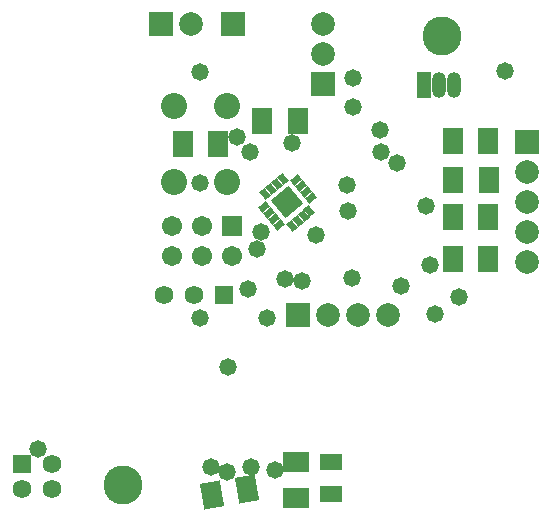
<source format=gbr>
G04 Layer_Color=16711935*
%FSLAX44Y44*%
%MOMM*%
%TF.FileFunction,Soldermask,Bot*%
%TF.Part,Single*%
G01*
G75*
%TA.AperFunction,SMDPad*%
%ADD43R,1.7032X2.2032*%
%TA.AperFunction,SMDPad*%
%ADD45R,2.2032X1.7032*%
%TA.AperFunction,ViaPad*%
%ADD49R,1.2032X2.2032*%
%TA.AperFunction,ViaPad*%
%ADD50O,1.2032X2.2032*%
%TA.AperFunction,ViaPad*%
%ADD51C,1.5812*%
%TA.AperFunction,ViaPad*%
%ADD52R,1.5812X1.5812*%
%TA.AperFunction,ViaPad*%
%ADD53R,2.0032X2.0032*%
%TA.AperFunction,ViaPad*%
%ADD54R,2.0032X2.0032*%
%TA.AperFunction,ViaPad*%
%ADD55C,2.0032*%
%TA.AperFunction,ConnectorPad*%
%ADD56C,3.3032*%
%TA.AperFunction,ViaPad*%
%ADD57C,1.7032*%
%TA.AperFunction,ViaPad*%
%ADD58R,1.7032X1.7032*%
%TA.AperFunction,ViaPad*%
%ADD59C,2.2032*%
%TA.AperFunction,ViaPad*%
%ADD60C,1.4732*%
%TA.AperFunction,SMDPad*%
G04:AMPARAMS|DCode=62|XSize=1.7032mm|YSize=2.2032mm|CornerRadius=0mm|HoleSize=0mm|Usage=FLASHONLY|Rotation=10.000|XOffset=0mm|YOffset=0mm|HoleType=Round|Shape=Rectangle|*
%AMROTATEDRECTD62*
4,1,4,-0.6474,-1.2327,-1.0299,0.9370,0.6474,1.2327,1.0299,-0.9370,-0.6474,-1.2327,0.0*
%
%ADD62ROTATEDRECTD62*%

%TA.AperFunction,SMDPad*%
%ADD63R,1.9532X1.4532*%
%TA.AperFunction,SMDPad*%
G04:AMPARAMS|DCode=64|XSize=0.5732mm|YSize=0.8532mm|CornerRadius=0mm|HoleSize=0mm|Usage=FLASHONLY|Rotation=130.000|XOffset=0mm|YOffset=0mm|HoleType=Round|Shape=Rectangle|*
%AMROTATEDRECTD64*
4,1,4,0.5110,0.0547,-0.1426,-0.4938,-0.5110,-0.0547,0.1426,0.4938,0.5110,0.0547,0.0*
%
%ADD64ROTATEDRECTD64*%

%TA.AperFunction,SMDPad*%
G04:AMPARAMS|DCode=65|XSize=0.5732mm|YSize=0.8532mm|CornerRadius=0mm|HoleSize=0mm|Usage=FLASHONLY|Rotation=220.000|XOffset=0mm|YOffset=0mm|HoleType=Round|Shape=Rectangle|*
%AMROTATEDRECTD65*
4,1,4,-0.0547,0.5110,0.4938,-0.1426,0.0547,-0.5110,-0.4938,0.1426,-0.0547,0.5110,0.0*
%
%ADD65ROTATEDRECTD65*%

%TA.AperFunction,SMDPad*%
%ADD66P,2.7622X4X265.0*%
D43*
X317740Y342900D02*
D03*
X347740D02*
D03*
X280431Y323849D02*
D03*
X250431D02*
D03*
X479030Y226060D02*
D03*
X509030D02*
D03*
X479060Y261620D02*
D03*
X509060D02*
D03*
X479630Y293340D02*
D03*
X509630D02*
D03*
X479030Y326390D02*
D03*
X509030D02*
D03*
D45*
X346240Y24370D02*
D03*
Y54370D02*
D03*
D49*
X454660Y373380D02*
D03*
D50*
X467360D02*
D03*
X480060D02*
D03*
D51*
X234950Y195580D02*
D03*
X260350D02*
D03*
X140230Y52730D02*
D03*
Y31630D02*
D03*
X114830D02*
D03*
D52*
X285750Y195580D02*
D03*
X114830Y52730D02*
D03*
D53*
X293370Y425450D02*
D03*
X542290Y325120D02*
D03*
X369570Y374650D02*
D03*
D54*
X232410Y425450D02*
D03*
X347980Y179070D02*
D03*
D55*
X257810Y425450D02*
D03*
X373380Y179070D02*
D03*
X398780D02*
D03*
X424180D02*
D03*
X542290Y299720D02*
D03*
Y274320D02*
D03*
Y248920D02*
D03*
Y223520D02*
D03*
X369570Y400050D02*
D03*
Y425450D02*
D03*
D56*
X200000Y35000D02*
D03*
X470000Y415000D02*
D03*
D57*
X241300Y228600D02*
D03*
Y254000D02*
D03*
X266700Y228600D02*
D03*
Y254000D02*
D03*
X292100Y228600D02*
D03*
D58*
Y254000D02*
D03*
D59*
X287930Y356350D02*
D03*
Y291350D02*
D03*
X242930Y356350D02*
D03*
Y291350D02*
D03*
D60*
X459740Y220980D02*
D03*
X342938Y324358D02*
D03*
X322110Y176276D02*
D03*
X264706D02*
D03*
X351574Y207772D02*
D03*
X417360Y335534D02*
D03*
X296456Y329978D02*
D03*
X312966Y234950D02*
D03*
X328714Y47752D02*
D03*
X523532Y385826D02*
D03*
X265468Y384556D02*
D03*
Y290830D02*
D03*
X307886Y50546D02*
D03*
X316522Y249428D02*
D03*
X336842Y209804D02*
D03*
X394246Y354838D02*
D03*
X431768Y307370D02*
D03*
X418376Y316992D02*
D03*
X307124Y316738D02*
D03*
X389928Y289306D02*
D03*
X390690Y267155D02*
D03*
X393484Y210566D02*
D03*
X305346Y201168D02*
D03*
X128054Y65278D02*
D03*
X484110Y193971D02*
D03*
X434886Y203962D02*
D03*
X363004Y246888D02*
D03*
X464180Y180172D02*
D03*
X456603Y270891D02*
D03*
X394754Y379730D02*
D03*
X288074Y46228D02*
D03*
X289020Y135128D02*
D03*
X274020Y50546D02*
D03*
D62*
X275588Y26606D02*
D03*
X305132Y31814D02*
D03*
D63*
X375810Y27328D02*
D03*
Y54828D02*
D03*
D64*
X331952Y255602D02*
D03*
X327774Y260582D02*
D03*
X323595Y265561D02*
D03*
X319418Y270540D02*
D03*
X346228Y293038D02*
D03*
X350407Y288059D02*
D03*
X354585Y283079D02*
D03*
X358763Y278099D02*
D03*
D65*
X320372Y281458D02*
D03*
X325351Y285637D02*
D03*
X330331Y289815D02*
D03*
X335310Y293993D02*
D03*
X357808Y267182D02*
D03*
X352829Y263003D02*
D03*
X347849Y258825D02*
D03*
X342870Y254647D02*
D03*
D66*
X339090Y274320D02*
D03*
%TF.MD5,CE009FEA863EF8E7118EED9211DE1A90*%
M02*

</source>
